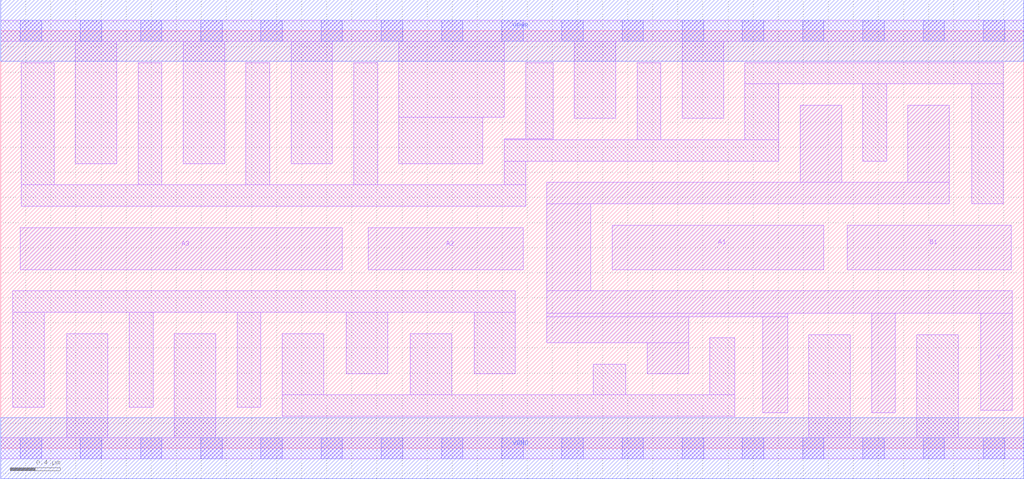
<source format=lef>
# Copyright 2020 The SkyWater PDK Authors
#
# Licensed under the Apache License, Version 2.0 (the "License");
# you may not use this file except in compliance with the License.
# You may obtain a copy of the License at
#
#     https://www.apache.org/licenses/LICENSE-2.0
#
# Unless required by applicable law or agreed to in writing, software
# distributed under the License is distributed on an "AS IS" BASIS,
# WITHOUT WARRANTIES OR CONDITIONS OF ANY KIND, either express or implied.
# See the License for the specific language governing permissions and
# limitations under the License.
#
# SPDX-License-Identifier: Apache-2.0

VERSION 5.7 ;
  NAMESCASESENSITIVE ON ;
  NOWIREEXTENSIONATPIN ON ;
  DIVIDERCHAR "/" ;
  BUSBITCHARS "[]" ;
UNITS
  DATABASE MICRONS 200 ;
END UNITS
MACRO sky130_fd_sc_lp__a31oi_4
  CLASS CORE ;
  FOREIGN sky130_fd_sc_lp__a31oi_4 ;
  ORIGIN  0.000000  0.000000 ;
  SIZE  8.160000 BY  3.330000 ;
  SYMMETRY X Y R90 ;
  SITE unit ;
  PIN A1
    ANTENNAGATEAREA  1.260000 ;
    DIRECTION INPUT ;
    USE SIGNAL ;
    PORT
      LAYER li1 ;
        RECT 4.875000 1.425000 6.565000 1.780000 ;
    END
  END A1
  PIN A2
    ANTENNAGATEAREA  1.260000 ;
    DIRECTION INPUT ;
    USE SIGNAL ;
    PORT
      LAYER li1 ;
        RECT 2.930000 1.425000 4.165000 1.760000 ;
    END
  END A2
  PIN A3
    ANTENNAGATEAREA  1.260000 ;
    DIRECTION INPUT ;
    USE SIGNAL ;
    PORT
      LAYER li1 ;
        RECT 0.155000 1.425000 2.725000 1.760000 ;
    END
  END A3
  PIN B1
    ANTENNAGATEAREA  1.260000 ;
    DIRECTION INPUT ;
    USE SIGNAL ;
    PORT
      LAYER li1 ;
        RECT 6.750000 1.425000 8.060000 1.780000 ;
    END
  END B1
  PIN Y
    ANTENNADIFFAREA  1.856400 ;
    DIRECTION OUTPUT ;
    USE SIGNAL ;
    PORT
      LAYER li1 ;
        RECT 4.355000 0.840000 5.485000 1.050000 ;
        RECT 4.355000 1.050000 6.275000 1.075000 ;
        RECT 4.355000 1.075000 8.065000 1.255000 ;
        RECT 4.355000 1.255000 4.705000 1.950000 ;
        RECT 4.355000 1.950000 7.565000 2.120000 ;
        RECT 5.155000 0.595000 5.485000 0.840000 ;
        RECT 6.075000 0.285000 6.275000 1.050000 ;
        RECT 6.375000 2.120000 6.705000 2.735000 ;
        RECT 6.945000 0.285000 7.135000 1.075000 ;
        RECT 7.235000 2.120000 7.565000 2.735000 ;
        RECT 7.815000 0.305000 8.065000 1.075000 ;
    END
  END Y
  PIN VGND
    DIRECTION INOUT ;
    USE GROUND ;
    PORT
      LAYER met1 ;
        RECT 0.000000 -0.245000 8.160000 0.245000 ;
    END
  END VGND
  PIN VPWR
    DIRECTION INOUT ;
    USE POWER ;
    PORT
      LAYER met1 ;
        RECT 0.000000 3.085000 8.160000 3.575000 ;
    END
  END VPWR
  OBS
    LAYER li1 ;
      RECT 0.000000 -0.085000 8.160000 0.085000 ;
      RECT 0.000000  3.245000 8.160000 3.415000 ;
      RECT 0.095000  0.325000 0.345000 1.085000 ;
      RECT 0.095000  1.085000 4.105000 1.255000 ;
      RECT 0.165000  1.930000 4.185000 2.100000 ;
      RECT 0.165000  2.100000 0.425000 3.075000 ;
      RECT 0.525000  0.085000 0.855000 0.915000 ;
      RECT 0.595000  2.270000 0.925000 3.245000 ;
      RECT 1.025000  0.325000 1.215000 1.085000 ;
      RECT 1.095000  2.100000 1.285000 3.075000 ;
      RECT 1.385000  0.085000 1.715000 0.915000 ;
      RECT 1.455000  2.270000 1.785000 3.245000 ;
      RECT 1.885000  0.325000 2.075000 1.085000 ;
      RECT 1.955000  2.100000 2.145000 3.075000 ;
      RECT 2.245000  0.255000 5.855000 0.425000 ;
      RECT 2.245000  0.425000 2.575000 0.915000 ;
      RECT 2.315000  2.270000 2.645000 3.245000 ;
      RECT 2.755000  0.595000 3.085000 1.085000 ;
      RECT 2.815000  2.100000 3.005000 3.075000 ;
      RECT 3.175000  2.270000 3.845000 2.640000 ;
      RECT 3.175000  2.640000 4.015000 3.245000 ;
      RECT 3.265000  0.425000 3.595000 0.915000 ;
      RECT 3.775000  0.595000 4.105000 1.085000 ;
      RECT 4.015000  2.100000 4.185000 2.290000 ;
      RECT 4.015000  2.290000 6.205000 2.460000 ;
      RECT 4.015000  2.460000 4.405000 2.470000 ;
      RECT 4.185000  2.470000 4.405000 3.075000 ;
      RECT 4.575000  2.630000 4.905000 3.245000 ;
      RECT 4.725000  0.425000 4.985000 0.670000 ;
      RECT 5.075000  2.460000 5.265000 3.075000 ;
      RECT 5.435000  2.630000 5.765000 3.245000 ;
      RECT 5.655000  0.425000 5.855000 0.880000 ;
      RECT 5.935000  2.460000 6.205000 2.905000 ;
      RECT 5.935000  2.905000 7.995000 3.075000 ;
      RECT 6.445000  0.085000 6.775000 0.905000 ;
      RECT 6.875000  2.290000 7.065000 2.905000 ;
      RECT 7.305000  0.085000 7.635000 0.905000 ;
      RECT 7.745000  1.950000 7.995000 2.905000 ;
    LAYER mcon ;
      RECT 0.155000 -0.085000 0.325000 0.085000 ;
      RECT 0.155000  3.245000 0.325000 3.415000 ;
      RECT 0.635000 -0.085000 0.805000 0.085000 ;
      RECT 0.635000  3.245000 0.805000 3.415000 ;
      RECT 1.115000 -0.085000 1.285000 0.085000 ;
      RECT 1.115000  3.245000 1.285000 3.415000 ;
      RECT 1.595000 -0.085000 1.765000 0.085000 ;
      RECT 1.595000  3.245000 1.765000 3.415000 ;
      RECT 2.075000 -0.085000 2.245000 0.085000 ;
      RECT 2.075000  3.245000 2.245000 3.415000 ;
      RECT 2.555000 -0.085000 2.725000 0.085000 ;
      RECT 2.555000  3.245000 2.725000 3.415000 ;
      RECT 3.035000 -0.085000 3.205000 0.085000 ;
      RECT 3.035000  3.245000 3.205000 3.415000 ;
      RECT 3.515000 -0.085000 3.685000 0.085000 ;
      RECT 3.515000  3.245000 3.685000 3.415000 ;
      RECT 3.995000 -0.085000 4.165000 0.085000 ;
      RECT 3.995000  3.245000 4.165000 3.415000 ;
      RECT 4.475000 -0.085000 4.645000 0.085000 ;
      RECT 4.475000  3.245000 4.645000 3.415000 ;
      RECT 4.955000 -0.085000 5.125000 0.085000 ;
      RECT 4.955000  3.245000 5.125000 3.415000 ;
      RECT 5.435000 -0.085000 5.605000 0.085000 ;
      RECT 5.435000  3.245000 5.605000 3.415000 ;
      RECT 5.915000 -0.085000 6.085000 0.085000 ;
      RECT 5.915000  3.245000 6.085000 3.415000 ;
      RECT 6.395000 -0.085000 6.565000 0.085000 ;
      RECT 6.395000  3.245000 6.565000 3.415000 ;
      RECT 6.875000 -0.085000 7.045000 0.085000 ;
      RECT 6.875000  3.245000 7.045000 3.415000 ;
      RECT 7.355000 -0.085000 7.525000 0.085000 ;
      RECT 7.355000  3.245000 7.525000 3.415000 ;
      RECT 7.835000 -0.085000 8.005000 0.085000 ;
      RECT 7.835000  3.245000 8.005000 3.415000 ;
  END
END sky130_fd_sc_lp__a31oi_4
END LIBRARY

</source>
